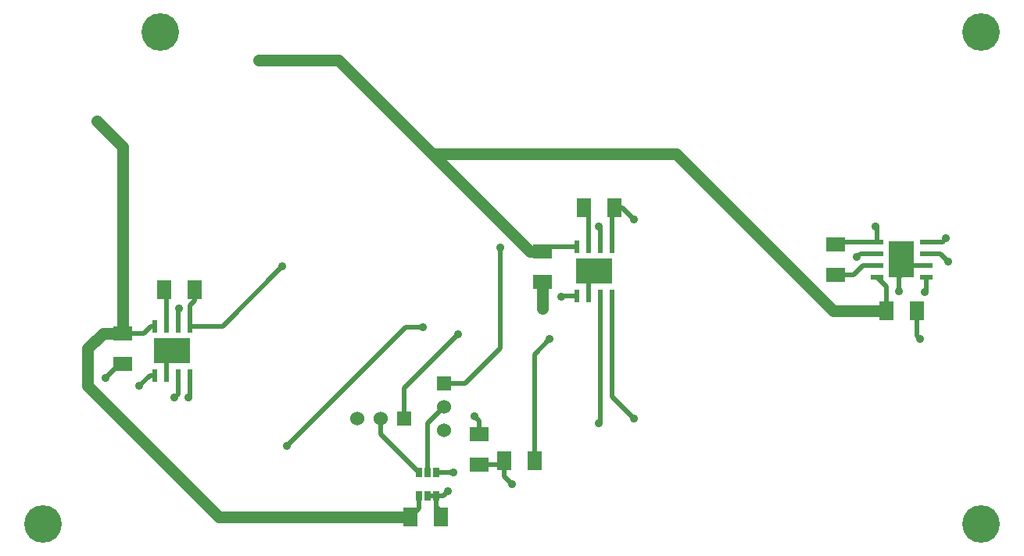
<source format=gbl>
G04 (created by PCBNEW (2013-07-07 BZR 4022)-stable) date 10/6/2014 4:48:17 PM*
%MOIN*%
G04 Gerber Fmt 3.4, Leading zero omitted, Abs format*
%FSLAX34Y34*%
G01*
G70*
G90*
G04 APERTURE LIST*
%ADD10C,0.00590551*%
%ADD11R,0.0276X0.0394*%
%ADD12R,0.0236X0.0551*%
%ADD13R,0.1575X0.1102*%
%ADD14R,0.0551X0.0236*%
%ADD15R,0.1102X0.1575*%
%ADD16R,0.06X0.08*%
%ADD17R,0.08X0.06*%
%ADD18R,0.06X0.06*%
%ADD19C,0.06*%
%ADD20C,0.16*%
%ADD21C,0.035*%
%ADD22C,0.02*%
%ADD23C,0.05*%
G04 APERTURE END LIST*
G54D10*
G54D11*
X48275Y-32300D03*
X47900Y-32300D03*
X47525Y-32300D03*
X47525Y-33300D03*
X47900Y-33300D03*
X48275Y-33300D03*
G54D12*
X36250Y-28150D03*
X36250Y-26050D03*
X36750Y-28150D03*
X37250Y-28150D03*
X37750Y-28150D03*
X36750Y-26050D03*
X37250Y-26050D03*
X37750Y-26050D03*
G54D13*
X37000Y-27100D03*
G54D12*
X54250Y-24750D03*
X54250Y-22650D03*
X54750Y-24750D03*
X55250Y-24750D03*
X55750Y-24750D03*
X54750Y-22650D03*
X55250Y-22650D03*
X55750Y-22650D03*
G54D13*
X55000Y-23700D03*
G54D14*
X69150Y-23950D03*
X67050Y-23950D03*
X69150Y-23450D03*
X69150Y-22950D03*
X69150Y-22450D03*
X67050Y-23450D03*
X67050Y-22950D03*
X67050Y-22450D03*
G54D15*
X68100Y-23200D03*
G54D16*
X52450Y-31800D03*
X51150Y-31800D03*
X47150Y-34200D03*
X48450Y-34200D03*
G54D17*
X50100Y-31950D03*
X50100Y-30650D03*
X34900Y-26350D03*
X34900Y-27650D03*
X52800Y-22850D03*
X52800Y-24150D03*
G54D16*
X67450Y-25400D03*
X68750Y-25400D03*
G54D17*
X65300Y-23850D03*
X65300Y-22550D03*
G54D16*
X36650Y-24500D03*
X37950Y-24500D03*
X54550Y-21000D03*
X55850Y-21000D03*
G54D18*
X46900Y-30000D03*
G54D19*
X45900Y-30000D03*
X44900Y-30000D03*
G54D18*
X48600Y-28500D03*
G54D19*
X48600Y-29500D03*
X48600Y-30500D03*
G54D20*
X71500Y-13500D03*
X71500Y-34500D03*
X31500Y-34500D03*
X36500Y-13500D03*
G54D21*
X56700Y-21500D03*
X55200Y-21800D03*
X53600Y-24800D03*
X67000Y-21800D03*
X66200Y-23100D03*
X69100Y-24600D03*
X41700Y-23500D03*
X37300Y-25300D03*
X35600Y-28600D03*
X51000Y-22700D03*
X53100Y-26600D03*
X49900Y-29900D03*
X49200Y-26400D03*
X48750Y-33100D03*
X68000Y-24550D03*
X55000Y-23700D03*
X34150Y-28250D03*
X37000Y-27100D03*
X68900Y-26600D03*
X52800Y-25300D03*
X51500Y-32800D03*
X70000Y-22300D03*
X37700Y-29100D03*
X37100Y-29100D03*
X70100Y-23300D03*
X56700Y-30000D03*
X55200Y-30200D03*
X47700Y-26100D03*
X41900Y-31150D03*
X49000Y-32300D03*
X33800Y-17300D03*
X40700Y-14700D03*
G54D22*
X55850Y-21000D02*
X56200Y-21000D01*
X56200Y-21000D02*
X56700Y-21500D01*
X55750Y-22650D02*
X55750Y-21100D01*
X55750Y-21100D02*
X55850Y-21000D01*
X55250Y-22650D02*
X55250Y-21850D01*
X55250Y-21850D02*
X55200Y-21800D01*
X54250Y-24750D02*
X53650Y-24750D01*
X53650Y-24750D02*
X53600Y-24800D01*
X67050Y-22450D02*
X67050Y-21850D01*
X67050Y-21850D02*
X67000Y-21800D01*
X67050Y-22450D02*
X65400Y-22450D01*
X65400Y-22450D02*
X65300Y-22550D01*
X67050Y-22950D02*
X66350Y-22950D01*
X66350Y-22950D02*
X66200Y-23100D01*
X69150Y-23950D02*
X69150Y-24550D01*
X69150Y-24550D02*
X69100Y-24600D01*
X37950Y-24500D02*
X37950Y-24950D01*
X37750Y-25150D02*
X37750Y-26050D01*
X37950Y-24950D02*
X37750Y-25150D01*
X37750Y-26050D02*
X39150Y-26050D01*
X39150Y-26050D02*
X41700Y-23500D01*
X37250Y-26050D02*
X37250Y-25350D01*
X37250Y-25350D02*
X37300Y-25300D01*
X36250Y-28150D02*
X36050Y-28150D01*
X36050Y-28150D02*
X35600Y-28600D01*
X48600Y-28500D02*
X49500Y-28500D01*
X51000Y-27000D02*
X51000Y-22700D01*
X49500Y-28500D02*
X51000Y-27000D01*
X52450Y-31800D02*
X52450Y-27250D01*
X52450Y-27250D02*
X53100Y-26600D01*
X50100Y-30650D02*
X50100Y-30100D01*
X50100Y-30100D02*
X49900Y-29900D01*
X46900Y-30000D02*
X46900Y-28700D01*
X46900Y-28700D02*
X49200Y-26400D01*
X48450Y-34200D02*
X48450Y-33950D01*
X48275Y-33775D02*
X48275Y-33300D01*
X48450Y-33950D02*
X48275Y-33775D01*
X48275Y-33300D02*
X48550Y-33300D01*
X48550Y-33300D02*
X48750Y-33100D01*
X47900Y-33300D02*
X48275Y-33300D01*
X69150Y-23450D02*
X68500Y-23450D01*
X68000Y-23950D02*
X68000Y-24550D01*
X68500Y-23450D02*
X68000Y-23950D01*
X54750Y-24750D02*
X54750Y-23950D01*
X54750Y-23950D02*
X55000Y-23700D01*
X34900Y-27650D02*
X34750Y-27650D01*
X34750Y-27650D02*
X34150Y-28250D01*
X36750Y-28150D02*
X36750Y-27350D01*
X36750Y-27350D02*
X37000Y-27100D01*
X68750Y-25400D02*
X68750Y-26450D01*
X68750Y-26450D02*
X68900Y-26600D01*
G54D23*
X52800Y-24150D02*
X52800Y-25300D01*
G54D22*
X51150Y-31800D02*
X51150Y-32450D01*
X51150Y-32450D02*
X51500Y-32800D01*
X50100Y-31950D02*
X51000Y-31950D01*
X51000Y-31950D02*
X51150Y-31800D01*
X47900Y-32300D02*
X47900Y-30200D01*
X47900Y-30200D02*
X48600Y-29500D01*
X45900Y-30000D02*
X45900Y-30675D01*
X45900Y-30675D02*
X47525Y-32300D01*
X69150Y-22450D02*
X69850Y-22450D01*
X69850Y-22450D02*
X70000Y-22300D01*
X37750Y-28150D02*
X37750Y-29050D01*
X37750Y-29050D02*
X37700Y-29100D01*
X37250Y-28150D02*
X37250Y-28950D01*
X37250Y-28950D02*
X37100Y-29100D01*
X69150Y-22950D02*
X69750Y-22950D01*
X69750Y-22950D02*
X70100Y-23300D01*
X55750Y-24750D02*
X55750Y-29050D01*
X55750Y-29050D02*
X56700Y-30000D01*
X55250Y-24750D02*
X55250Y-30150D01*
X55250Y-30150D02*
X55200Y-30200D01*
X36750Y-26050D02*
X36750Y-24600D01*
X36750Y-24600D02*
X36650Y-24500D01*
X65300Y-23850D02*
X66050Y-23850D01*
X66450Y-23450D02*
X67050Y-23450D01*
X66050Y-23850D02*
X66450Y-23450D01*
X54750Y-22650D02*
X54750Y-21200D01*
X54750Y-21200D02*
X54550Y-21000D01*
X46950Y-26100D02*
X47700Y-26100D01*
X41900Y-31150D02*
X46950Y-26100D01*
X48275Y-32300D02*
X49000Y-32300D01*
X36250Y-26050D02*
X36100Y-26050D01*
X35800Y-26350D02*
X34900Y-26350D01*
X36100Y-26050D02*
X35800Y-26350D01*
X67450Y-25400D02*
X67450Y-24350D01*
X67450Y-24350D02*
X67050Y-23950D01*
G54D23*
X34900Y-26350D02*
X34900Y-18400D01*
X34900Y-18400D02*
X33800Y-17300D01*
X67450Y-25400D02*
X65200Y-25400D01*
X58500Y-18700D02*
X48100Y-18700D01*
X65200Y-25400D02*
X58500Y-18700D01*
X52800Y-22850D02*
X52250Y-22850D01*
X48100Y-18700D02*
X44100Y-14700D01*
X44100Y-14700D02*
X40700Y-14700D01*
X52250Y-22850D02*
X48100Y-18700D01*
X34900Y-26350D02*
X34050Y-26350D01*
X39000Y-34200D02*
X47150Y-34200D01*
X33400Y-28600D02*
X39000Y-34200D01*
X33400Y-27000D02*
X33400Y-28600D01*
X34050Y-26350D02*
X33400Y-27000D01*
G54D22*
X54250Y-22650D02*
X53000Y-22650D01*
X53000Y-22650D02*
X52800Y-22850D01*
X47525Y-33300D02*
X47525Y-33825D01*
X47525Y-33825D02*
X47150Y-34200D01*
M02*

</source>
